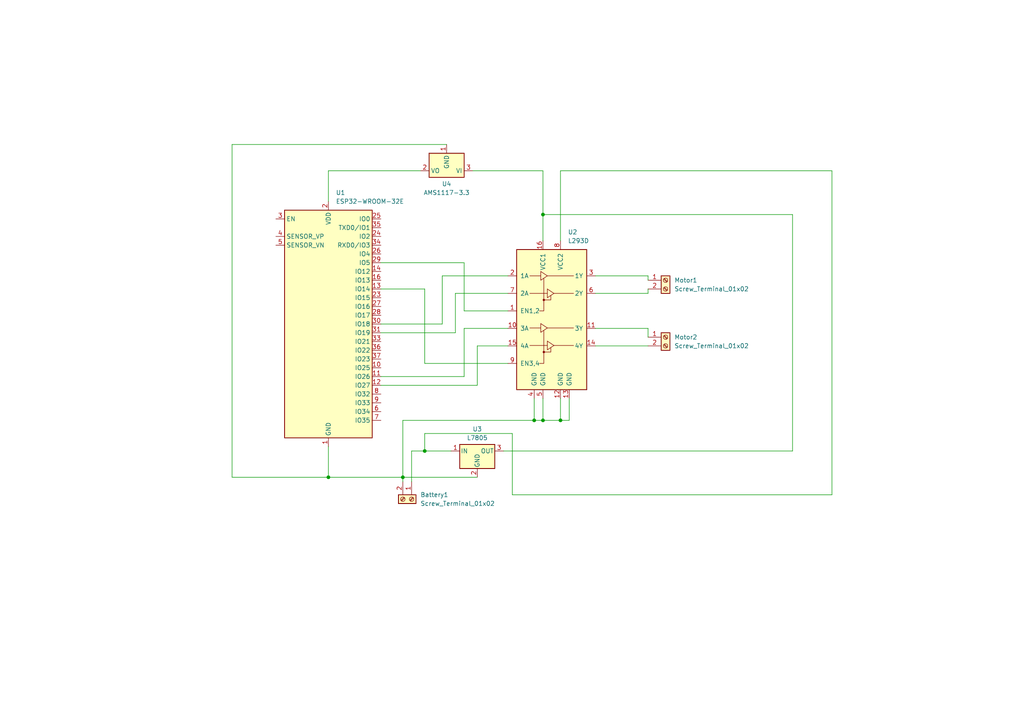
<source format=kicad_sch>
(kicad_sch (version 20250114) (generator "eeschema") (generator_version "9.0")
  (paper "A4")
  (lib_symbols
    (symbol "Connector:Screw_Terminal_01x02" (pin_names (offset 1.016) (hide yes))
      (property "Reference" "J" (at 0 2.54 0))
      (property "Value" "Screw_Terminal_01x02" (at 0 -5.08 0))
      (symbol "Screw_Terminal_01x02_1_1"
        (rectangle (start -1.27 1.27) (end 1.27 -3.81) (stroke (width 0.254)) (fill (type background)))
        (polyline (pts (xy -0.5334 0.3302) (xy 0.3302 -0.508)) (stroke (width 0.1524)))
        (polyline (pts (xy -0.5334 -2.2098) (xy 0.3302 -3.048)) (stroke (width 0.1524)))
        (polyline (pts (xy -0.3556 0.508) (xy 0.508 -0.3302)) (stroke (width 0.1524)))
        (polyline (pts (xy -0.3556 -2.032) (xy 0.508 -2.8702)) (stroke (width 0.1524)))
        (circle (center 0 0) (radius 0.635) (stroke (width 0.1524)))
        (circle (center 0 -2.54) (radius 0.635) (stroke (width 0.1524)))
        (pin passive line (at -5.08 0 0) (length 3.81) (name "Pin_1") (number "1"))
        (pin passive line (at -5.08 -2.54 0) (length 3.81) (name "Pin_2") (number "2"))
      )
    )
    (symbol "Driver_Motor:L293D" (pin_names (offset 1.016))
      (property "Reference" "U" (at -5.08 26.035 0))
      (property "Value" "L293D" (at -5.08 24.13 0))
      (symbol "L293D_0_1"
        (rectangle (start -10.16 22.86) (end 10.16 -17.78) (stroke (width 0.254)) (fill (type background)))
        (polyline (pts (xy -6.35 15.24) (xy -3.175 15.24)))
        (polyline (pts (xy -6.35 10.16) (xy -1.27 10.16)))
        (polyline (pts (xy -6.35 0.127) (xy -3.175 0.127)))
        (polyline (pts (xy -6.35 -4.953) (xy -1.27 -4.953)))
        (polyline (pts (xy -3.175 16.51) (xy -3.175 13.97) (xy -1.27 15.24) (xy -3.175 16.51)))
        (polyline (pts (xy -3.175 1.397) (xy -3.175 -1.143) (xy -1.27 0.127) (xy -3.175 1.397)))
        (polyline (pts (xy -2.286 14.478) (xy -2.286 5.08) (xy -3.556 5.08)))
        (circle (center -2.286 8.255) (radius 0.254) (fill (type outline)))
        (polyline (pts (xy -2.286 8.255) (xy -0.254 8.255) (xy -0.254 9.525)))
        (polyline (pts (xy -2.286 -0.635) (xy -2.286 -10.16) (xy -3.556 -10.16)))
        (circle (center -2.286 -6.858) (radius 0.254) (fill (type outline)))
        (polyline (pts (xy -2.286 -6.858) (xy -0.254 -6.858) (xy -0.254 -5.588)))
        (polyline (pts (xy -1.27 15.24) (xy 6.35 15.24)))
        (polyline (pts (xy -1.27 11.43) (xy -1.27 8.89) (xy 0.635 10.16) (xy -1.27 11.43)))
        (polyline (pts (xy -1.27 0.127) (xy 6.35 0.127)))
        (polyline (pts (xy -1.27 -3.683) (xy -1.27 -6.223) (xy 0.635 -4.953) (xy -1.27 -3.683)))
        (polyline (pts (xy 0.635 10.16) (xy 6.35 10.16)))
        (polyline (pts (xy 0.635 -4.953) (xy 6.35 -4.953)))
      )
      (symbol "L293D_1_1"
        (pin input line (at -12.7 15.24 0) (length 2.54) (name "1A") (number "2"))
        (pin input line (at -12.7 10.16 0) (length 2.54) (name "2A") (number "7"))
        (pin input line (at -12.7 5.08 0) (length 2.54) (name "EN1,2") (number "1"))
        (pin input line (at -12.7 0 0) (length 2.54) (name "3A") (number "10"))
        (pin input line (at -12.7 -5.08 0) (length 2.54) (name "4A") (number "15"))
        (pin input line (at -12.7 -10.16 0) (length 2.54) (name "EN3,4") (number "9"))
        (pin power_in line (at -5.08 -20.32 90) (length 2.54) (name "GND") (number "4"))
        (pin power_in line (at -2.54 25.4 270) (length 2.54) (name "VCC1") (number "16"))
        (pin power_in line (at -2.54 -20.32 90) (length 2.54) (name "GND") (number "5"))
        (pin power_in line (at 2.54 25.4 270) (length 2.54) (name "VCC2") (number "8"))
        (pin power_in line (at 2.54 -20.32 90) (length 2.54) (name "GND") (number "12"))
        (pin power_in line (at 5.08 -20.32 90) (length 2.54) (name "GND") (number "13"))
        (pin output line (at 12.7 15.24 180) (length 2.54) (name "1Y") (number "3"))
        (pin output line (at 12.7 10.16 180) (length 2.54) (name "2Y") (number "6"))
        (pin output line (at 12.7 0 180) (length 2.54) (name "3Y") (number "11"))
        (pin output line (at 12.7 -5.08 180) (length 2.54) (name "4Y") (number "14"))
      )
    )
    (symbol "RF_Module:ESP32-WROOM-32E"
      (property "Reference" "U" (at -12.7 34.29 0))
      (property "Value" "ESP32-WROOM-32E" (at 1.27 34.29 0))
      (symbol "ESP32-WROOM-32E_0_1"
        (rectangle (start -12.7 33.02) (end 12.7 -33.02) (stroke (width 0.254)) (fill (type background)))
      )
      (symbol "ESP32-WROOM-32E_1_1"
        (pin input line (at -15.24 30.48 0) (length 2.54) (name "EN") (number "3"))
        (pin input line (at -15.24 25.4 0) (length 2.54) (name "SENSOR_VP") (number "4"))
        (pin input line (at -15.24 22.86 0) (length 2.54) (name "SENSOR_VN") (number "5"))
        (pin no_connect line (at -12.7 0 0) (length 2.54) (hide yes) (name "NC") (number "21"))
        (pin no_connect line (at -12.7 -2.54 0) (length 2.54) (hide yes) (name "NC") (number "22"))
        (pin no_connect line (at -12.7 -5.08 0) (length 2.54) (hide yes) (name "NC") (number "17"))
        (pin no_connect line (at -12.7 -7.62 0) (length 2.54) (hide yes) (name "NC") (number "18"))
        (pin no_connect line (at -12.7 -10.16 0) (length 2.54) (hide yes) (name "NC") (number "20"))
        (pin no_connect line (at -12.7 -12.7 0) (length 2.54) (hide yes) (name "NC") (number "19"))
        (pin no_connect line (at -12.7 -27.94 0) (length 2.54) (hide yes) (name "NC") (number "32"))
        (pin power_in line (at 0 35.56 270) (length 2.54) (name "VDD") (number "2"))
        (pin power_in line (at 0 -35.56 90) (length 2.54) (name "GND") (number "1"))
        (pin passive line (at 0 -35.56 90) (length 2.54) (hide yes) (name "GND") (number "15"))
        (pin passive line (at 0 -35.56 90) (length 2.54) (hide yes) (name "GND") (number "38"))
        (pin passive line (at 0 -35.56 90) (length 2.54) (hide yes) (name "GND") (number "39"))
        (pin bidirectional line (at 15.24 30.48 180) (length 2.54) (name "IO0") (number "25"))
        (pin bidirectional line (at 15.24 27.94 180) (length 2.54) (name "TXD0/IO1") (number "35"))
        (pin bidirectional line (at 15.24 25.4 180) (length 2.54) (name "IO2") (number "24"))
        (pin bidirectional line (at 15.24 22.86 180) (length 2.54) (name "RXD0/IO3") (number "34"))
        (pin bidirectional line (at 15.24 20.32 180) (length 2.54) (name "IO4") (number "26"))
        (pin bidirectional line (at 15.24 17.78 180) (length 2.54) (name "IO5") (number "29"))
        (pin bidirectional line (at 15.24 15.24 180) (length 2.54) (name "IO12") (number "14"))
        (pin bidirectional line (at 15.24 12.7 180) (length 2.54) (name "IO13") (number "16"))
        (pin bidirectional line (at 15.24 10.16 180) (length 2.54) (name "IO14") (number "13"))
        (pin bidirectional line (at 15.24 7.62 180) (length 2.54) (name "IO15") (number "23"))
        (pin bidirectional line (at 15.24 5.08 180) (length 2.54) (name "IO16") (number "27"))
        (pin bidirectional line (at 15.24 2.54 180) (length 2.54) (name "IO17") (number "28"))
        (pin bidirectional line (at 15.24 0 180) (length 2.54) (name "IO18") (number "30"))
        (pin bidirectional line (at 15.24 -2.54 180) (length 2.54) (name "IO19") (number "31"))
        (pin bidirectional line (at 15.24 -5.08 180) (length 2.54) (name "IO21") (number "33"))
        (pin bidirectional line (at 15.24 -7.62 180) (length 2.54) (name "IO22") (number "36"))
        (pin bidirectional line (at 15.24 -10.16 180) (length 2.54) (name "IO23") (number "37"))
        (pin bidirectional line (at 15.24 -12.7 180) (length 2.54) (name "IO25") (number "10"))
        (pin bidirectional line (at 15.24 -15.24 180) (length 2.54) (name "IO26") (number "11"))
        (pin bidirectional line (at 15.24 -17.78 180) (length 2.54) (name "IO27") (number "12"))
        (pin bidirectional line (at 15.24 -20.32 180) (length 2.54) (name "IO32") (number "8"))
        (pin bidirectional line (at 15.24 -22.86 180) (length 2.54) (name "IO33") (number "9"))
        (pin input line (at 15.24 -25.4 180) (length 2.54) (name "IO34") (number "6"))
        (pin input line (at 15.24 -27.94 180) (length 2.54) (name "IO35") (number "7"))
      )
    )
    (symbol "Regulator_Linear:AMS1117-3.3"
      (property "Reference" "U" (at -3.81 3.175 0))
      (property "Value" "AMS1117-3.3" (at 0 3.175 0))
      (symbol "AMS1117-3.3_0_1"
        (rectangle (start -5.08 -5.08) (end 5.08 1.905) (stroke (width 0.254)) (fill (type background)))
      )
      (symbol "AMS1117-3.3_1_1"
        (pin power_in line (at -7.62 0 0) (length 2.54) (name "VI") (number "3"))
        (pin power_in line (at 0 -7.62 90) (length 2.54) (name "GND") (number "1"))
        (pin power_out line (at 7.62 0 180) (length 2.54) (name "VO") (number "2"))
      )
    )
    (symbol "Regulator_Linear:L7805" (pin_names (offset 0.254))
      (property "Reference" "U" (at -3.81 3.175 0))
      (property "Value" "L7805" (at 0 3.175 0))
      (symbol "L7805_0_1"
        (rectangle (start -5.08 1.905) (end 5.08 -5.08) (stroke (width 0.254)) (fill (type background)))
      )
      (symbol "L7805_1_1"
        (pin power_in line (at -7.62 0 0) (length 2.54) (name "IN") (number "1"))
        (pin power_in line (at 0 -7.62 90) (length 2.54) (name "GND") (number "2"))
        (pin power_out line (at 7.62 0 180) (length 2.54) (name "OUT") (number "3"))
      )
    )
  )
  (junction (at 162.56 121.92))
  (junction (at 157.48 62.23))
  (junction (at 154.94 121.92))
  (junction (at 123.19 130.81))
  (junction (at 95.25 138.43))
  (junction (at 157.48 121.92))
  (junction (at 116.84 138.43))
  (wire (pts (xy 134.62 109.22) (xy 134.62 95.25)))
  (wire (pts (xy 95.25 58.42) (xy 95.25 49.53)))
  (wire (pts (xy 116.84 138.43) (xy 116.84 139.7)))
  (wire (pts (xy 172.72 85.09) (xy 187.96 85.09)))
  (wire (pts (xy 123.19 105.41) (xy 147.32 105.41)))
  (wire (pts (xy 116.84 138.43) (xy 95.25 138.43)))
  (wire (pts (xy 110.49 76.2) (xy 134.62 76.2)))
  (wire (pts (xy 138.43 100.33) (xy 147.32 100.33)))
  (wire (pts (xy 123.19 83.82) (xy 123.19 105.41)))
  (wire (pts (xy 162.56 121.92) (xy 157.48 121.92)))
  (wire (pts (xy 157.48 121.92) (xy 154.94 121.92)))
  (wire (pts (xy 123.19 130.81) (xy 130.81 130.81)))
  (wire (pts (xy 110.49 93.98) (xy 128.27 93.98)))
  (wire (pts (xy 138.43 111.76) (xy 138.43 100.33)))
  (wire (pts (xy 187.96 95.25) (xy 187.96 97.79)))
  (wire (pts (xy 162.56 69.85) (xy 162.56 49.53)))
  (wire (pts (xy 67.31 41.91) (xy 67.31 138.43)))
  (wire (pts (xy 187.96 85.09) (xy 187.96 83.82)))
  (wire (pts (xy 157.48 49.53) (xy 157.48 62.23)))
  (wire (pts (xy 123.19 125.73) (xy 123.19 130.81)))
  (wire (pts (xy 165.1 121.92) (xy 162.56 121.92)))
  (wire (pts (xy 110.49 96.52) (xy 132.08 96.52)))
  (wire (pts (xy 110.49 109.22) (xy 134.62 109.22)))
  (wire (pts (xy 172.72 100.33) (xy 187.96 100.33)))
  (wire (pts (xy 110.49 111.76) (xy 138.43 111.76)))
  (wire (pts (xy 157.48 115.57) (xy 157.48 121.92)))
  (wire (pts (xy 119.38 130.81) (xy 123.19 130.81)))
  (wire (pts (xy 172.72 95.25) (xy 187.96 95.25)))
  (wire (pts (xy 134.62 90.17) (xy 147.32 90.17)))
  (wire (pts (xy 95.25 138.43) (xy 95.25 129.54)))
  (wire (pts (xy 67.31 138.43) (xy 95.25 138.43)))
  (wire (pts (xy 119.38 139.7) (xy 119.38 130.81)))
  (wire (pts (xy 162.56 49.53) (xy 241.3 49.53)))
  (wire (pts (xy 187.96 80.01) (xy 187.96 81.28)))
  (wire (pts (xy 137.16 49.53) (xy 157.48 49.53)))
  (wire (pts (xy 129.54 41.91) (xy 67.31 41.91)))
  (wire (pts (xy 138.43 138.43) (xy 116.84 138.43)))
  (wire (pts (xy 95.25 49.53) (xy 121.92 49.53)))
  (wire (pts (xy 229.87 130.81) (xy 229.87 62.23)))
  (wire (pts (xy 134.62 95.25) (xy 147.32 95.25)))
  (wire (pts (xy 165.1 115.57) (xy 165.1 121.92)))
  (wire (pts (xy 157.48 62.23) (xy 157.48 69.85)))
  (wire (pts (xy 241.3 143.51) (xy 148.59 143.51)))
  (wire (pts (xy 154.94 115.57) (xy 154.94 121.92)))
  (wire (pts (xy 229.87 62.23) (xy 157.48 62.23)))
  (wire (pts (xy 110.49 83.82) (xy 123.19 83.82)))
  (wire (pts (xy 132.08 96.52) (xy 132.08 85.09)))
  (wire (pts (xy 241.3 49.53) (xy 241.3 143.51)))
  (wire (pts (xy 134.62 76.2) (xy 134.62 90.17)))
  (wire (pts (xy 154.94 121.92) (xy 116.84 121.92)))
  (wire (pts (xy 148.59 143.51) (xy 148.59 125.73)))
  (wire (pts (xy 146.05 130.81) (xy 229.87 130.81)))
  (wire (pts (xy 116.84 121.92) (xy 116.84 138.43)))
  (wire (pts (xy 128.27 80.01) (xy 147.32 80.01)))
  (wire (pts (xy 132.08 85.09) (xy 147.32 85.09)))
  (wire (pts (xy 162.56 115.57) (xy 162.56 121.92)))
  (wire (pts (xy 172.72 80.01) (xy 187.96 80.01)))
  (wire (pts (xy 148.59 125.73) (xy 123.19 125.73)))
  (wire (pts (xy 128.27 93.98) (xy 128.27 80.01)))
  (symbol (lib_id "Driver_Motor:L293D") (at 160.02 95.25 0) (unit 1)
    (property "Reference" "U2" (at 164.7033 67.31 0) (effects (justify left)))
    (property "Value" "L293D" (at 164.7033 69.85 0) (effects (justify left)))
    (property "Footprint" "Package_DIP:DIP-16_W7.62mm" (effects (hide yes)))
    (property "Datasheet" "http://www.ti.com/lit/ds/symlink/l293.pdf" (effects (hide yes)))
    (property "Description" "Quadruple Half-H Drivers" (effects (hide yes)))
  )
  (symbol (lib_id "Connector:Screw_Terminal_01x02") (at 193.04 97.79 0) (unit 1)
    (property "Reference" "Motor2" (at 195.58 97.7899 0) (effects (justify left)))
    (property "Value" "Screw_Terminal_01x02" (at 195.58 100.3299 0) (effects (justify left)))
    (property "Footprint" "TerminalBlock_CUI:TerminalBlock_CUI_TB007-508-02_1x02_P5.08mm_Horizontal" (effects (hide yes)))
    (property "Description" "Generic screw terminal, single row, 01x02, script generated (kicad-library-utils/schlib/autogen/connector/)" (effects (hide yes)))
  )
  (symbol (lib_id "Connector:Screw_Terminal_01x02") (at 193.04 81.28 0) (unit 1)
    (property "Reference" "Motor1" (at 195.58 81.2799 0) (effects (justify left)))
    (property "Value" "Screw_Terminal_01x02" (at 195.58 83.8199 0) (effects (justify left)))
    (property "Footprint" "TerminalBlock_CUI:TerminalBlock_CUI_TB007-508-02_1x02_P5.08mm_Horizontal" (effects (hide yes)))
    (property "Description" "Generic screw terminal, single row, 01x02, script generated (kicad-library-utils/schlib/autogen/connector/)" (effects (hide yes)))
  )
  (symbol (lib_id "Regulator_Linear:L7805") (at 138.43 130.81 0) (unit 1)
    (property "Reference" "U3" (at 138.43 124.46 0))
    (property "Value" "L7805" (at 138.43 127 0))
    (property "Footprint" "Package_TO_SOT_THT:TO-220-3_Vertical" (effects (hide yes)))
    (property "Datasheet" "http://www.st.com/content/ccc/resource/technical/document/datasheet/41/4f/b3/b0/12/d4/47/88/CD00000444.pdf/files/CD00000444.pdf/jcr:content/translations/en.CD00000444.pdf" (effects (hide yes)))
    (property "Description" "Positive 1.5A 35V Linear Regulator, Fixed Output 5V, TO-220/TO-263/TO-252" (effects (hide yes)))
  )
  (symbol (lib_id "Regulator_Linear:AMS1117-3.3") (at 129.54 49.53 180) (unit 1)
    (property "Reference" "U4" (at 129.54 53.34 0))
    (property "Value" "AMS1117-3.3" (at 129.54 55.88 0))
    (property "Footprint" "Package_TO_SOT_SMD:SOT-223-3_TabPin2" (effects (hide yes)))
    (property "Datasheet" "http://www.advanced-monolithic.com/pdf/ds1117.pdf" (effects (hide yes)))
    (property "Description" "1A Low Dropout regulator, positive, 3.3V fixed output, SOT-223" (effects (hide yes)))
  )
  (symbol (lib_id "RF_Module:ESP32-WROOM-32E") (at 95.25 93.98 0) (unit 1)
    (property "Reference" "U1" (at 97.3933 55.88 0) (effects (justify left)))
    (property "Value" "ESP32-WROOM-32E" (at 97.3933 58.42 0) (effects (justify left)))
    (property "Footprint" "RF_Module:ESP32-WROOM-32D" (effects (hide yes)))
    (property "Datasheet" "https://www.espressif.com/sites/default/files/documentation/esp32-wroom-32e_esp32-wroom-32ue_datasheet_en.pdf" (effects (hide yes)))
    (property "Description" "RF Module, ESP32-D0WD-V3 SoC, without PSRAM, Wi-Fi 802.11b/g/n, Bluetooth, BLE, 32-bit, 2.7-3.6V, onboard antenna, SMD" (effects (hide yes)))
  )
  (symbol (lib_id "Connector:Screw_Terminal_01x02") (at 119.38 144.78 270) (unit 1)
    (property "Reference" "Battery1" (at 121.92 143.5099 90) (effects (justify left)))
    (property "Value" "Screw_Terminal_01x02" (at 121.92 146.0499 90) (effects (justify left)))
    (property "Footprint" "TerminalBlock_CUI:TerminalBlock_CUI_TB007-508-02_1x02_P5.08mm_Horizontal" (effects (hide yes)))
    (property "Description" "Generic screw terminal, single row, 01x02, script generated (kicad-library-utils/schlib/autogen/connector/)" (effects (hide yes)))
  )
)
</source>
